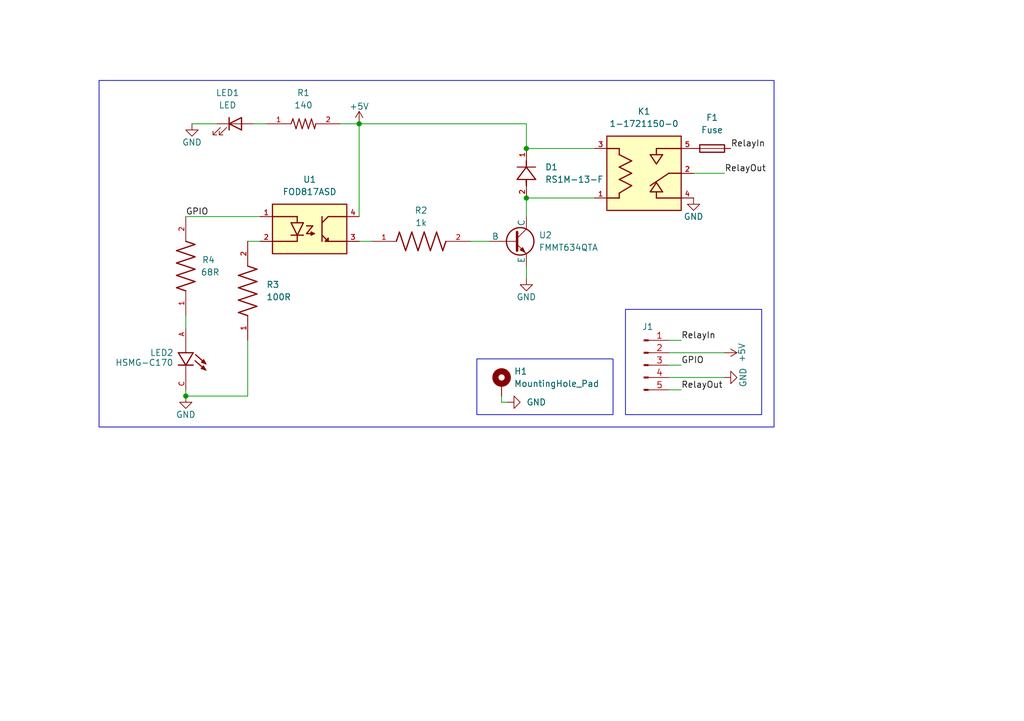
<source format=kicad_sch>
(kicad_sch (version 20231120) (generator "eeschema") (generator_version "8.0")
  (paper "A5")
  (lib_symbols
    (symbol "1-1721150-0:1-1721150-0" (pin_names (offset 1.016))
      (property "Reference" "K" (at -7.6312 10.1749 0))
      (property "Value" "1-1721150-0" (at -7.6253 -12.7088 0))
      (symbol "1-1721150-0_0_0"
        (rectangle (start -7.62 -7.62) (end 7.62 7.62) (stroke (width 0.254)) (fill (type background)))
        (polyline (pts (xy -5.08 -5.08) (xy -7.62 -5.08)) (stroke (width 0.254)))
        (polyline (pts (xy -5.08 -5.08) (xy -5.08 -4.064)) (stroke (width 0.254)))
        (polyline (pts (xy -5.08 -4.064) (xy -2.54 -2.54)) (stroke (width 0.254)))
        (polyline (pts (xy -5.08 -1.27) (xy -2.54 0)) (stroke (width 0.254)))
        (polyline (pts (xy -5.08 1.27) (xy -2.54 2.54)) (stroke (width 0.254)))
        (polyline (pts (xy -5.08 3.81) (xy -5.08 5.08)) (stroke (width 0.254)))
        (polyline (pts (xy -5.08 5.08) (xy -7.62 5.08)) (stroke (width 0.254)))
        (polyline (pts (xy -2.54 -2.54) (xy -5.08 -1.27)) (stroke (width 0.254)))
        (polyline (pts (xy -2.54 0) (xy -5.08 1.27)) (stroke (width 0.254)))
        (polyline (pts (xy -2.54 2.54) (xy -5.08 3.81)) (stroke (width 0.254)))
        (polyline (pts (xy 1.27 -3.81) (xy 2.54 -3.81)) (stroke (width 0.254)))
        (polyline (pts (xy 1.27 3.81) (xy 2.54 1.905)) (stroke (width 0.254)))
        (polyline (pts (xy 2.54 -5.08) (xy 7.62 -5.08)) (stroke (width 0.254)))
        (polyline (pts (xy 2.54 -3.81) (xy 2.54 -5.08)) (stroke (width 0.254)))
        (polyline (pts (xy 2.54 -3.81) (xy 3.81 -3.81)) (stroke (width 0.254)))
        (polyline (pts (xy 2.54 -1.905) (xy 1.27 -3.81)) (stroke (width 0.254)))
        (polyline (pts (xy 2.54 1.905) (xy 3.81 3.81)) (stroke (width 0.254)))
        (polyline (pts (xy 2.54 3.81) (xy 1.27 3.81)) (stroke (width 0.254)))
        (polyline (pts (xy 2.54 5.08) (xy 2.54 3.81)) (stroke (width 0.254)))
        (polyline (pts (xy 2.54 5.08) (xy 7.62 5.08)) (stroke (width 0.254)))
        (polyline (pts (xy 3.81 -3.81) (xy 2.54 -1.905)) (stroke (width 0.254)))
        (polyline (pts (xy 3.81 3.81) (xy 2.54 3.81)) (stroke (width 0.254)))
        (polyline (pts (xy 5.08 0) (xy 1.27 -2.54)) (stroke (width 0.254)))
        (polyline (pts (xy 7.62 0) (xy 5.08 0)) (stroke (width 0.254)))
        (pin passive line (at -10.16 -5.08 0) (length 2.54) (name "~") (number "1"))
        (pin passive line (at 10.16 0 180) (length 2.54) (name "~") (number "2"))
        (pin passive line (at -10.16 5.08 0) (length 2.54) (name "~") (number "3"))
        (pin passive line (at 10.16 -5.08 180) (length 2.54) (name "~") (number "4"))
        (pin passive line (at 10.16 5.08 180) (length 2.54) (name "~") (number "5"))
      )
    )
    (symbol "AC0603JR-07100RL:AC0603JR-07100RL" (pin_names (offset 1.016))
      (property "Reference" "R" (at -7.6244 2.5415 0))
      (property "Value" "AC0603JR-07100RL" (at -7.63 -5.0866 0))
      (symbol "AC0603JR-07100RL_0_0"
        (polyline (pts (xy -5.08 0) (xy -4.445 1.905)) (stroke (width 0.254)))
        (polyline (pts (xy -4.445 1.905) (xy -3.175 -1.905)) (stroke (width 0.254)))
        (polyline (pts (xy -3.175 -1.905) (xy -1.905 1.905)) (stroke (width 0.254)))
        (polyline (pts (xy -1.905 1.905) (xy -0.635 -1.905)) (stroke (width 0.254)))
        (polyline (pts (xy -0.635 -1.905) (xy 0.635 1.905)) (stroke (width 0.254)))
        (polyline (pts (xy 0.635 1.905) (xy 1.905 -1.905)) (stroke (width 0.254)))
        (polyline (pts (xy 1.905 -1.905) (xy 3.175 1.905)) (stroke (width 0.254)))
        (polyline (pts (xy 3.175 1.905) (xy 4.445 -1.905)) (stroke (width 0.254)))
        (polyline (pts (xy 4.445 -1.905) (xy 5.08 0)) (stroke (width 0.254)))
        (pin passive line (at -10.16 0 0) (length 5.08) (name "~") (number "1"))
        (pin passive line (at 10.16 0 180) (length 5.08) (name "~") (number "2"))
      )
    )
    (symbol "CRCW0402140RFKEDC:CRCW0402140RFKEDC" (pin_names (offset 1.016))
      (property "Reference" "R" (at -7.6244 2.5415 0))
      (property "Value" "CRCW0402140RFKEDC" (at -7.63 -5.0866 0))
      (symbol "CRCW0402140RFKEDC_0_0"
        (polyline (pts (xy -5.08 0) (xy -4.445 1.905)) (stroke (width 0.254)))
        (polyline (pts (xy -4.445 1.905) (xy -3.175 -1.905)) (stroke (width 0.254)))
        (polyline (pts (xy -3.175 -1.905) (xy -1.905 1.905)) (stroke (width 0.254)))
        (polyline (pts (xy -1.905 1.905) (xy -0.635 -1.905)) (stroke (width 0.254)))
        (polyline (pts (xy -0.635 -1.905) (xy 0.635 1.905)) (stroke (width 0.254)))
        (polyline (pts (xy 0.635 1.905) (xy 1.905 -1.905)) (stroke (width 0.254)))
        (polyline (pts (xy 1.905 -1.905) (xy 3.175 1.905)) (stroke (width 0.254)))
        (polyline (pts (xy 3.175 1.905) (xy 4.445 -1.905)) (stroke (width 0.254)))
        (polyline (pts (xy 4.445 -1.905) (xy 5.08 0)) (stroke (width 0.254)))
        (pin passive line (at -10.16 0 0) (length 5.08) (name "~") (number "1"))
        (pin passive line (at 10.16 0 180) (length 5.08) (name "~") (number "2"))
      )
    )
    (symbol "Connector:Conn_01x05_Pin" (pin_names (offset 1.016) hide)
      (property "Reference" "J" (at 0 7.62 0))
      (property "Value" "Conn_01x05_Pin" (at 0 -7.62 0))
      (symbol "Conn_01x05_Pin_1_1"
        (polyline (pts (xy 1.27 -5.08) (xy 0.8636 -5.08)) (stroke (width 0.1524)))
        (polyline (pts (xy 1.27 -2.54) (xy 0.8636 -2.54)) (stroke (width 0.1524)))
        (polyline (pts (xy 1.27 0) (xy 0.8636 0)) (stroke (width 0.1524)))
        (polyline (pts (xy 1.27 2.54) (xy 0.8636 2.54)) (stroke (width 0.1524)))
        (polyline (pts (xy 1.27 5.08) (xy 0.8636 5.08)) (stroke (width 0.1524)))
        (rectangle (start 0.8636 -4.953) (end 0 -5.207) (stroke (width 0.1524)) (fill (type outline)))
        (rectangle (start 0.8636 -2.413) (end 0 -2.667) (stroke (width 0.1524)) (fill (type outline)))
        (rectangle (start 0.8636 0.127) (end 0 -0.127) (stroke (width 0.1524)) (fill (type outline)))
        (rectangle (start 0.8636 2.667) (end 0 2.413) (stroke (width 0.1524)) (fill (type outline)))
        (rectangle (start 0.8636 5.207) (end 0 4.953) (stroke (width 0.1524)) (fill (type outline)))
        (pin passive line (at 5.08 5.08 180) (length 3.81) (name "Pin_1") (number "1"))
        (pin passive line (at 5.08 2.54 180) (length 3.81) (name "Pin_2") (number "2"))
        (pin passive line (at 5.08 0 180) (length 3.81) (name "Pin_3") (number "3"))
        (pin passive line (at 5.08 -2.54 180) (length 3.81) (name "Pin_4") (number "4"))
        (pin passive line (at 5.08 -5.08 180) (length 3.81) (name "Pin_5") (number "5"))
      )
    )
    (symbol "Device:Fuse" (pin_numbers hide) (pin_names (offset 0))
      (property "Reference" "F" (at 2.032 0 90))
      (property "Value" "Fuse" (at -1.905 0 90))
      (symbol "Fuse_0_1"
        (rectangle (start -0.762 -2.54) (end 0.762 2.54) (stroke (width 0.254)))
        (polyline (pts (xy 0 2.54) (xy 0 -2.54)))
      )
      (symbol "Fuse_1_1"
        (pin passive line (at 0 3.81 270) (length 1.27) (name "~") (number "1"))
        (pin passive line (at 0 -3.81 90) (length 1.27) (name "~") (number "2"))
      )
    )
    (symbol "Device:LED" (pin_numbers hide) (pin_names (offset 1.016) hide)
      (property "Reference" "D" (at 0 2.54 0))
      (property "Value" "LED" (at 0 -2.54 0))
      (symbol "LED_0_1"
        (polyline (pts (xy -1.27 -1.27) (xy -1.27 1.27)) (stroke (width 0.254)))
        (polyline (pts (xy -1.27 0) (xy 1.27 0)))
        (polyline (pts (xy 1.27 -1.27) (xy 1.27 1.27) (xy -1.27 0) (xy 1.27 -1.27)) (stroke (width 0.254)))
        (polyline (pts (xy -3.048 -0.762) (xy -4.572 -2.286) (xy -3.81 -2.286) (xy -4.572 -2.286) (xy -4.572 -1.524)))
        (polyline (pts (xy -1.778 -0.762) (xy -3.302 -2.286) (xy -2.54 -2.286) (xy -3.302 -2.286) (xy -3.302 -1.524)))
      )
      (symbol "LED_1_1"
        (pin passive line (at -3.81 0 0) (length 2.54) (name "K") (number "1"))
        (pin passive line (at 3.81 0 180) (length 2.54) (name "A") (number "2"))
      )
    )
    (symbol "FOD817ASD:FOD817ASD" (pin_names (offset 1.016))
      (property "Reference" "Q" (at -7.6421 5.0948 0))
      (property "Value" "FOD817ASD" (at -7.644 -7.644 0))
      (symbol "FOD817ASD_0_0"
        (rectangle (start -7.62 -5.08) (end 7.62 5.08) (stroke (width 0.254)) (fill (type background)))
        (polyline (pts (xy -3.81 -1.27) (xy -2.54 -1.27)) (stroke (width 0.254)))
        (polyline (pts (xy -3.81 1.27) (xy -2.54 1.27)) (stroke (width 0.254)))
        (polyline (pts (xy -2.54 -2.54) (xy -7.62 -2.54)) (stroke (width 0.254)))
        (polyline (pts (xy -2.54 -1.27) (xy -3.81 1.27)) (stroke (width 0.254)))
        (polyline (pts (xy -2.54 -1.27) (xy -2.54 -2.54)) (stroke (width 0.254)))
        (polyline (pts (xy -2.54 -1.27) (xy -1.27 -1.27)) (stroke (width 0.254)))
        (polyline (pts (xy -2.54 1.27) (xy -1.27 1.27)) (stroke (width 0.254)))
        (polyline (pts (xy -2.54 2.54) (xy -7.62 2.54)) (stroke (width 0.254)))
        (polyline (pts (xy -2.54 2.54) (xy -2.54 1.27)) (stroke (width 0.254)))
        (polyline (pts (xy -1.27 1.27) (xy -2.54 -1.27)) (stroke (width 0.254)))
        (polyline (pts (xy -0.635 -0.9525) (xy 0.9525 -0.9525)) (stroke (width 0.254)))
        (polyline (pts (xy -0.635 0.635) (xy 0.635 0.635)) (stroke (width 0.254)))
        (polyline (pts (xy 0.3175 -1.27) (xy 0.9525 -0.9525)) (stroke (width 0.254)))
        (polyline (pts (xy 0.3175 -0.635) (xy 0.3175 -1.27)) (stroke (width 0.254)))
        (polyline (pts (xy 0.635 0.635) (xy -0.635 -0.9525)) (stroke (width 0.254)))
        (polyline (pts (xy 0.9525 -0.9525) (xy 0.3175 -0.635)) (stroke (width 0.254)))
        (polyline (pts (xy 2.54 -1.27) (xy 2.54 -2.54)) (stroke (width 0.254)))
        (polyline (pts (xy 2.54 -1.27) (xy 3.81 -2.54)) (stroke (width 0.254)))
        (polyline (pts (xy 2.54 1.27) (xy 2.54 -1.27)) (stroke (width 0.254)))
        (polyline (pts (xy 2.54 2.54) (xy 2.54 1.27)) (stroke (width 0.254)))
        (polyline (pts (xy 3.175 -2.54) (xy 3.81 -2.54)) (stroke (width 0.254)))
        (polyline (pts (xy 3.81 -2.54) (xy 3.81 -1.905)) (stroke (width 0.254)))
        (polyline (pts (xy 3.81 -1.905) (xy 3.175 -2.54)) (stroke (width 0.254)))
        (polyline (pts (xy 3.81 2.54) (xy 2.54 1.27)) (stroke (width 0.254)))
        (polyline (pts (xy 7.62 -2.54) (xy 3.81 -2.54)) (stroke (width 0.254)))
        (polyline (pts (xy 7.62 2.54) (xy 3.81 2.54)) (stroke (width 0.254)))
        (pin passive line (at -10.16 2.54 0) (length 2.54) (name "~") (number "1"))
        (pin passive line (at -10.16 -2.54 0) (length 2.54) (name "~") (number "2"))
        (pin passive line (at 10.16 -2.54 180) (length 2.54) (name "~") (number "3"))
        (pin passive line (at 10.16 2.54 180) (length 2.54) (name "~") (number "4"))
      )
    )
    (symbol "HSMG-C170:HSMG-C170" (pin_names (offset 1.016))
      (property "Reference" "D" (at -3.0988 4.4958 0))
      (property "Value" "HSMG-C170" (at -3.556 -3.302 0))
      (symbol "HSMG-C170_0_0"
        (polyline (pts (xy -2.54 -1.524) (xy 0 0)) (stroke (width 0.254)))
        (polyline (pts (xy -2.54 0) (xy -5.08 0)) (stroke (width 0.1524)))
        (polyline (pts (xy -2.54 0) (xy -2.54 -1.524)) (stroke (width 0.254)))
        (polyline (pts (xy -2.54 1.524) (xy -2.54 0)) (stroke (width 0.254)))
        (polyline (pts (xy -0.3556 4.0386) (xy -2.1336 2.0066)) (stroke (width 0.254)))
        (polyline (pts (xy 0 0) (xy -2.54 1.524)) (stroke (width 0.254)))
        (polyline (pts (xy 0 0) (xy 0 -1.524)) (stroke (width 0.254)))
        (polyline (pts (xy 0 1.524) (xy 0 0)) (stroke (width 0.254)))
        (polyline (pts (xy 0.889 3.937) (xy -0.889 1.905)) (stroke (width 0.254)))
        (polyline (pts (xy 2.54 0) (xy 0 0)) (stroke (width 0.1524)))
        (polyline (pts (xy -1.143 3.683) (xy -0.5715 3.175) (xy -0.1905 4.191) (xy -1.143 3.683)) (stroke (width 0.1524)) (fill (type outline)))
        (polyline (pts (xy 0.127 3.6195) (xy 0.6985 3.1115) (xy 1.0795 4.191) (xy 0.127 3.6195)) (stroke (width 0.1524)) (fill (type outline)))
        (pin passive line (at -7.62 0 0) (length 2.54) (name "~") (number "A"))
        (pin passive line (at 5.08 0 180) (length 2.54) (name "~") (number "C"))
      )
    )
    (symbol "Mechanical:MountingHole_Pad" (pin_numbers hide) (pin_names (offset 1.016) hide) (exclude_from_sim yes) (in_bom no)
      (property "Reference" "H" (at 0 6.35 0))
      (property "Value" "MountingHole_Pad" (at 0 4.445 0))
      (symbol "MountingHole_Pad_0_1"
        (circle (center 0 1.27) (radius 1.27) (stroke (width 1.27)))
      )
      (symbol "MountingHole_Pad_1_1"
        (pin input line (at 0 -2.54 90) (length 2.54) (name "1") (number "1"))
      )
    )
    (symbol "RC0603FR-07330RL:RC0603FR-07330RL" (pin_names (offset 1.016))
      (property "Reference" "R" (at -3.81 1.4986 0))
      (property "Value" "RC0603FR-07330RL" (at -3.81 -3.302 0))
      (symbol "RC0603FR-07330RL_0_0"
        (polyline (pts (xy -2.54 0) (xy -2.159 1.016)) (stroke (width 0.2032)))
        (polyline (pts (xy -2.159 1.016) (xy -1.524 -1.016)) (stroke (width 0.2032)))
        (polyline (pts (xy -1.524 -1.016) (xy -0.889 1.016)) (stroke (width 0.2032)))
        (polyline (pts (xy -0.889 1.016) (xy -0.254 -1.016)) (stroke (width 0.2032)))
        (polyline (pts (xy -0.254 -1.016) (xy 0.381 1.016)) (stroke (width 0.2032)))
        (polyline (pts (xy 0.381 1.016) (xy 1.016 -1.016)) (stroke (width 0.2032)))
        (polyline (pts (xy 1.016 -1.016) (xy 1.651 1.016)) (stroke (width 0.2032)))
        (polyline (pts (xy 1.651 1.016) (xy 2.286 -1.016)) (stroke (width 0.2032)))
        (polyline (pts (xy 2.286 -1.016) (xy 2.54 0)) (stroke (width 0.2032)))
        (pin passive line (at -7.62 0 0) (length 5.08) (name "~") (number "1"))
        (pin passive line (at 7.62 0 180) (length 5.08) (name "~") (number "2"))
      )
    )
    (symbol "RS1M-13-F:RS1M-13-F" (pin_names (offset 1.016))
      (property "Reference" "CR" (at -2.8194 2.6924 0))
      (property "Value" "RS1M-13-F" (at -3.8862 -5.5372 0))
      (symbol "RS1M-13-F_0_0"
        (polyline (pts (xy 2.54 0) (xy 3.4798 0)) (stroke (width 0.2032)))
        (polyline (pts (xy 2.54 0) (xy 3.4798 0)) (stroke (width 0.2032)))
        (polyline (pts (xy 2.54 0) (xy 3.4798 0)) (stroke (width 0.2032)))
        (polyline (pts (xy 3.175 0) (xy 3.81 0)) (stroke (width 0.2032)))
        (polyline (pts (xy 3.175 0) (xy 3.81 0)) (stroke (width 0.2032)))
        (polyline (pts (xy 3.175 0) (xy 3.81 0)) (stroke (width 0.2032)))
        (polyline (pts (xy 3.81 -1.905) (xy 6.35 0)) (stroke (width 0.2032)))
        (polyline (pts (xy 3.81 -1.905) (xy 6.35 0)) (stroke (width 0.2032)))
        (polyline (pts (xy 3.81 -1.905) (xy 6.35 0)) (stroke (width 0.2032)))
        (polyline (pts (xy 3.81 1.905) (xy 3.81 -1.905)) (stroke (width 0.2032)))
        (polyline (pts (xy 3.81 1.905) (xy 3.81 -1.905)) (stroke (width 0.2032)))
        (polyline (pts (xy 3.81 1.905) (xy 3.81 -1.905)) (stroke (width 0.2032)))
        (polyline (pts (xy 6.35 0) (xy 3.81 1.905)) (stroke (width 0.2032)))
        (polyline (pts (xy 6.35 0) (xy 3.81 1.905)) (stroke (width 0.2032)))
        (polyline (pts (xy 6.35 0) (xy 3.81 1.905)) (stroke (width 0.2032)))
        (polyline (pts (xy 6.35 0) (xy 7.62 0)) (stroke (width 0.2032)))
        (polyline (pts (xy 6.35 0) (xy 7.62 0)) (stroke (width 0.2032)))
        (polyline (pts (xy 6.35 0) (xy 7.62 0)) (stroke (width 0.2032)))
        (rectangle (start 6.35 -1.905) (end 6.35 1.905) (stroke (width 0.2032)) (fill (type background)))
        (pin passive line (at 10.16 0 180) (length 2.54) (name "~") (number "1"))
        (pin passive line (at 0 0 0) (length 2.54) (name "~") (number "2"))
      )
    )
    (symbol "Simulation_SPICE:NPN" (pin_numbers hide) (pin_names (offset 0))
      (property "Reference" "Q" (at -2.54 7.62 0))
      (property "Value" "NPN" (at -2.54 5.08 0))
      (symbol "NPN_0_1"
        (polyline (pts (xy -2.54 0) (xy 0.635 0)) (stroke (width 0.1524)))
        (polyline (pts (xy 0.635 0.635) (xy 2.54 2.54)))
        (polyline (pts (xy 2.794 -1.27) (xy 2.794 -1.27)) (stroke (width 0.1524)))
        (polyline (pts (xy 2.794 -1.27) (xy 2.794 -1.27)) (stroke (width 0.1524)))
        (polyline (pts (xy 0.635 -0.635) (xy 2.54 -2.54) (xy 2.54 -2.54)))
        (polyline (pts (xy 0.635 1.905) (xy 0.635 -1.905) (xy 0.635 -1.905)) (stroke (width 0.508)))
        (polyline (pts (xy 1.27 -1.778) (xy 1.778 -1.27) (xy 2.286 -2.286) (xy 1.27 -1.778) (xy 1.27 -1.778)) (fill (type outline)))
        (circle (center 1.27 0) (radius 2.8194) (stroke (width 0.254)))
      )
      (symbol "NPN_1_1"
        (pin open_collector line (at 2.54 5.08 270) (length 2.54) (name "C") (number "1"))
        (pin input line (at -5.08 0 0) (length 2.54) (name "B") (number "2"))
        (pin open_emitter line (at 2.54 -5.08 90) (length 2.54) (name "E") (number "3"))
      )
    )
    (symbol "power:+5V" (power) (pin_numbers hide) (pin_names (offset 0) hide)
      (property "Value" "+5V" (at 0 3.556 0))
      (symbol "+5V_0_1"
        (polyline (pts (xy -0.762 1.27) (xy 0 2.54)))
        (polyline (pts (xy 0 0) (xy 0 2.54)))
        (polyline (pts (xy 0 2.54) (xy 0.762 1.27)))
      )
      (symbol "+5V_1_1"
        (pin power_in line (at 0 0 90) (length 0) (name "~") (number "1"))
      )
    )
    (symbol "power:GND" (power) (pin_numbers hide) (pin_names (offset 0) hide)
      (property "Value" "GND" (at 0 -3.81 0))
      (symbol "GND_0_1"
        (polyline (pts (xy 0 0) (xy 0 -1.27) (xy 1.27 -1.27) (xy 0 -2.54) (xy -1.27 -1.27) (xy 0 -1.27)))
      )
      (symbol "GND_1_1"
        (pin power_in line (at 0 0 270) (length 0) (name "~") (number "1"))
      )
    )
  )
  (junction (at 107.95 30.48))
  (junction (at 38.1 81.28))
  (junction (at 73.66 25.4))
  (junction (at 107.95 40.64))
  (wire (pts (xy 107.95 30.48) (xy 121.92 30.48)))
  (wire (pts (xy 142.24 35.56) (xy 148.59 35.56)))
  (wire (pts (xy 73.66 49.53) (xy 76.2 49.53)))
  (wire (pts (xy 38.1 44.45) (xy 53.34 44.45)))
  (wire (pts (xy 139.7 80.01) (xy 137.16 80.01)))
  (wire (pts (xy 52.07 25.4) (xy 54.61 25.4)))
  (wire (pts (xy 139.7 74.93) (xy 137.16 74.93)))
  (wire (pts (xy 107.95 30.48) (xy 107.95 25.4)))
  (wire (pts (xy 69.85 25.4) (xy 73.66 25.4)))
  (wire (pts (xy 137.16 77.47) (xy 148.59 77.47)))
  (wire (pts (xy 38.1 81.28) (xy 50.8 81.28)))
  (wire (pts (xy 96.52 49.53) (xy 100.33 49.53)))
  (wire (pts (xy 38.1 64.77) (xy 38.1 67.31)))
  (wire (pts (xy 107.95 40.64) (xy 121.92 40.64)))
  (wire (pts (xy 50.8 69.85) (xy 50.8 81.28)))
  (wire (pts (xy 73.66 25.4) (xy 73.66 44.45)))
  (wire (pts (xy 50.8 49.53) (xy 53.34 49.53)))
  (wire (pts (xy 104.14 82.55) (xy 102.87 82.55)))
  (wire (pts (xy 102.87 82.55) (xy 102.87 81.28)))
  (wire (pts (xy 39.37 25.4) (xy 44.45 25.4)))
  (wire (pts (xy 73.66 25.4) (xy 107.95 25.4)))
  (wire (pts (xy 139.7 69.85) (xy 137.16 69.85)))
  (wire (pts (xy 38.1 80.01) (xy 38.1 81.28)))
  (wire (pts (xy 107.95 40.64) (xy 107.95 44.45)))
  (wire (pts (xy 107.95 54.61) (xy 107.95 57.15)))
  (wire (pts (xy 137.16 72.39) (xy 148.59 72.39)))
  (rectangle (start 97.79 73.66) (end 125.73 85.09))
  (rectangle (start 128.27 63.5) (end 156.21 85.09))
  (rectangle (start 20.32 16.51) (end 158.75 87.63))
  (label "RelayOut" (at 139.7 80.01 0))
  (label "GPIO" (at 139.7 74.93 0))
  (label "RelayIn" (at 149.86 30.48 0))
  (label "RelayIn" (at 139.7 69.85 0))
  (label "RelayOut" (at 148.59 35.56 0))
  (label "GPIO" (at 38.1 44.45 0))
  (symbol (lib_id "RS1M-13-F:RS1M-13-F") (at 107.95 40.64 90) (unit 1)
    (property "Reference" "D1" (at 111.76 34.2899 90) (effects (justify right)))
    (property "Value" "RS1M-13-F" (at 111.76 36.8299 90) (effects (justify right)))
    (property "Footprint" "RS1M-13-F:SMA_DIO-M" (effects (hide yes)))
    (property "Datasheet" "https://www.diodes.com/assets/Datasheets/ds15002.pdf" (effects (hide yes)))
    (property "Description" "Diode 1000 V 1A Surface Mount SMA" (effects (hide yes)))
    (property "MF" "Diodes Inc." (effects (hide yes)))
    (property "Description_1" "\n                        \n                            Diode Switching 1KV 1A 2Pin SMA | Diodes Inc RS1M-13-F\n                        \n" (effects (hide yes)))
    (property "COPYRIGHT" "Copyright (C) 2023 Ultra Librarian. All rights reserved." (effects (hide yes)))
    (property "Package" "DO-214 Diodes Inc." (effects (hide yes)))
    (property "Price" "None" (effects (hide yes)))
    (property "Check_prices" "https://www.snapeda.com/parts/RS1M-13-F/Diodes+Inc./view-part/?ref=eda" (effects (hide yes)))
    (property "Availability" "In Stock" (effects (hide yes)))
    (property "SnapEDA_Link" "https://www.snapeda.com/parts/RS1M-13-F/Diodes+Inc./view-part/?ref=snap" (effects (hide yes)))
    (property "MP" "RS1M-13-F" (effects (hide yes)))
    (property "MFR_NAME" "Diodes Inc" (effects (hide yes)))
    (property "MANUFACTURER_PART_NUMBER" "RS1M-13-F" (effects (hide yes)))
  )
  (symbol (lib_id "power:GND") (at 107.95 57.15 0) (unit 1)
    (property "Reference" "#PWR03" (effects (hide yes)))
    (property "Value" "GND" (at 107.95 60.96 0))
    (property "Description" "Power symbol creates a global label with name \"GND\" , ground" (effects (hide yes)))
  )
  (symbol (lib_id "AC0603JR-07100RL:AC0603JR-07100RL") (at 86.36 49.53 0) (unit 1)
    (property "Reference" "R2" (at 86.36 43.18 0))
    (property "Value" "1k" (at 86.36 45.72 0))
    (property "Footprint" "RG1608N-102-D-T5:RESC1608X50N" (effects (hide yes)))
    (property "Datasheet" "https://www.susumu.co.jp/common/pdf/n_catalog_partition01_en.pdf" (effects (hide yes)))
    (property "Description" "RES SMD 1K OHM 0.5% 1/10W 0603" (effects (hide yes)))
    (property "MF" "Yageo" (effects (hide yes)))
    (property "Description_1" "\n                        \n                            100 Ohms ±5% 0.1W, 1/10W Chip Resistor 0603 (1608 Metric) Automotive AEC-Q200, Moisture Resistant Thick Film\n                        \n" (effects (hide yes)))
    (property "Package" "1608 Yageo" (effects (hide yes)))
    (property "Price" "None" (effects (hide yes)))
    (property "SnapEDA_Link" "https://www.snapeda.com/parts/AC0603JR-07100RL/Yageo/view-part/?ref=snap" (effects (hide yes)))
    (property "MP" "AC0603JR-07100RL" (effects (hide yes)))
    (property "Availability" "In Stock" (effects (hide yes)))
    (property "Check_prices" "https://www.snapeda.com/parts/AC0603JR-07100RL/Yageo/view-part/?ref=eda" (effects (hide yes)))
  )
  (symbol (lib_id "FOD817ASD:FOD817ASD") (at 63.5 46.99 0) (unit 1)
    (property "Reference" "U1" (at 63.5 36.83 0))
    (property "Value" "FOD817ASD" (at 63.5 39.37 0))
    (property "Footprint" "FOD817ASD:SOIC254P1016X385-4N" (effects (hide yes)))
    (property "Datasheet" "https://rocelec.widen.net/view/pdf/yhg4flovvn/ONSM-S-A0003163276-1.pdf?t.download=true&u=5oefqw" (effects (hide yes)))
    (property "Description" "Optoisolator Transistor Output 5000Vrms 1 Channel 4-SMD" (effects (hide yes)))
    (property "MF" "onsemi" (effects (hide yes)))
    (property "Description_1" "\n                        \n                            Optoisolator Transistor Output 5000Vrms 1 Channel 4-SMD\n                        \n" (effects (hide yes)))
    (property "Package" "SMD-4 ON Semiconductor" (effects (hide yes)))
    (property "Price" "None" (effects (hide yes)))
    (property "Check_prices" "https://www.snapeda.com/parts/FOD817ASD/Onsemi/view-part/?ref=eda" (effects (hide yes)))
    (property "SnapEDA_Link" "https://www.snapeda.com/parts/FOD817ASD/Onsemi/view-part/?ref=snap" (effects (hide yes)))
    (property "MP" "FOD817ASD" (effects (hide yes)))
    (property "Availability" "In Stock" (effects (hide yes)))
    (property "MANUFACTURER" "FAIRCHILD SEMICONDUCTOR" (effects (hide yes)))
  )
  (symbol (lib_id "power:GND") (at 39.37 25.4 0) (unit 1)
    (property "Reference" "#PWR01" (effects (hide yes)))
    (property "Value" "GND" (at 39.37 29.21 0))
    (property "Description" "Power symbol creates a global label with name \"GND\" , ground" (effects (hide yes)))
  )
  (symbol (lib_id "HSMG-C170:HSMG-C170") (at 38.1 74.93 270) (unit 1)
    (property "Reference" "LED2" (at 30.734 72.39 90) (effects (justify left)))
    (property "Value" "HSMG-C170" (at 23.622 74.422 90) (effects (justify left)))
    (property "Footprint" "HSMG-C170:LED_HSMS-C170" (effects (hide yes)))
    (property "Datasheet" "https://docs.broadcom.com/doc/AV02-0551EN" (effects (hide yes)))
    (property "Description" "Green 572nm LED Indication - Discrete 2.2V 0805 (2012 Metric)" (effects (hide yes)))
    (property "MF" "Broadcom Limited" (effects (hide yes)))
    (property "MAXIMUM_PACKAGE_HEIGHT" "0.8mm" (effects (hide yes)))
    (property "Package" "0805 Broadcom Limited" (effects (hide yes)))
    (property "Price" "None" (effects (hide yes)))
    (property "Check_prices" "https://www.snapeda.com/parts/HSMG-C170/Broadcom+Limited/view-part/?ref=eda" (effects (hide yes)))
    (property "STANDARD" "Manufacturer Recommendations" (effects (hide yes)))
    (property "PARTREV" "March 25, 2022" (effects (hide yes)))
    (property "SnapEDA_Link" "https://www.snapeda.com/parts/HSMG-C170/Broadcom+Limited/view-part/?ref=snap" (effects (hide yes)))
    (property "MP" "HSMG-C170" (effects (hide yes)))
    (property "Description_1" "\n                        \n                            Green 572nm LED Indication - Discrete 2.2V 0805 (2012 Metric)\n                        \n" (effects (hide yes)))
    (property "MANUFACTURER" "Broadcom" (effects (hide yes)))
    (property "Availability" "In Stock" (effects (hide yes)))
    (property "SNAPEDA_PN" "HSMG-C170" (effects (hide yes)))
  )
  (symbol (lib_id "power:GND") (at 38.1 81.28 0) (unit 1)
    (property "Reference" "#PWR02" (effects (hide yes)))
    (property "Value" "GND" (at 38.1 85.09 0))
    (property "Description" "Power symbol creates a global label with name \"GND\" , ground" (effects (hide yes)))
  )
  (symbol (lib_id "power:+5V") (at 73.66 25.4 0) (unit 1)
    (property "Reference" "#PWR06" (effects (hide yes)))
    (property "Value" "+5V" (at 73.66 21.844 0))
    (property "Description" "Power symbol creates a global label with name \"+5V\"" (effects (hide yes)))
  )
  (symbol (lib_id "RC0603FR-07330RL:RC0603FR-07330RL") (at 62.23 25.4 0) (unit 1)
    (property "Reference" "R1" (at 62.23 19.05 0))
    (property "Value" "140" (at 62.23 21.59 0))
    (property "Footprint" "RC0603FR-07330RL:RESC1607X60N" (effects (hide yes)))
    (property "Datasheet" "https://www.yageo.com/upload/media/product/products/datasheet/rchip/PYu-RC_Group_51_RoHS_L_12.pdf" (effects (hide yes)))
    (property "Description" "140 Ohms ±1% 0.1W, 1/10W Chip Resistor 0603 (1608 Metric) Automotive AEC-Q200 Thick Film" (effects (hide yes)))
    (property "MF" "Yageo" (effects (hide yes)))
    (property "Description_1" "\n                        \n                            330 Ohms ±1% 0.1W, 1/10W Chip Resistor 0603 (1608 Metric) Moisture Resistant Thick Film\n                        \n" (effects (hide yes)))
    (property "Package" "0603 Yageo" (effects (hide yes)))
    (property "Price" "None" (effects (hide yes)))
    (property "SnapEDA_Link" "https://www.snapeda.com/parts/RC0603FR-07330RL/Yageo/view-part/?ref=snap" (effects (hide yes)))
    (property "MP" "RC0603FR-07330RL" (effects (hide yes)))
    (property "Availability" "In Stock" (effects (hide yes)))
    (property "Check_prices" "https://www.snapeda.com/parts/RC0603FR-07330RL/Yageo/view-part/?ref=eda" (effects (hide yes)))
  )
  (symbol (lib_id "Mechanical:MountingHole_Pad") (at 102.87 78.74 0) (unit 1) (exclude_from_sim yes) (in_bom no)
    (property "Reference" "H1" (at 105.41 76.1999 0) (effects (justify left)))
    (property "Value" "MountingHole_Pad" (at 105.41 78.7399 0) (effects (justify left)))
    (property "Footprint" "MountingHole:MountingHole_3.7mm_Pad" (effects (hide yes)))
    (property "Description" "Mounting Hole with connection" (effects (hide yes)))
  )
  (symbol (lib_id "CRCW0402140RFKEDC:CRCW0402140RFKEDC") (at 38.1 54.61 90) (unit 1)
    (property "Reference" "R4" (at 41.402 53.34 90) (effects (justify right)))
    (property "Value" "68R" (at 41.148 55.88 90) (effects (justify right)))
    (property "Footprint" "CRCW0402140RFKEDC:RESC1005X35N" (effects (hide yes)))
    (property "Datasheet" "https://industrial.panasonic.com/cdbs/www-data/pdf/RDA0000/AOA0000C301.pdf" (effects (hide yes)))
    (property "Description" "68 Ohms ±5% 0.1W, 1/10W Chip Resistor 0603 (1608 Metric) Automotive AEC-Q200 Thick Film" (effects (hide yes)))
    (property "MF" "Vishay" (effects (hide yes)))
    (property "Description_1" "\n                        \n                            140 Ohms ±1% 0.063W, 1/16W Chip Resistor 0402 (1005 Metric)  Thick Film\n                        \n" (effects (hide yes)))
    (property "Package" "1005 Yageo" (effects (hide yes)))
    (property "Price" "None" (effects (hide yes)))
    (property "SnapEDA_Link" "https://www.snapeda.com/parts/CRCW0402140RFKEDC/Vishay/view-part/?ref=snap" (effects (hide yes)))
    (property "MP" "CRCW0402140RFKEDC" (effects (hide yes)))
    (property "Availability" "In Stock" (effects (hide yes)))
    (property "Check_prices" "https://www.snapeda.com/parts/CRCW0402140RFKEDC/Vishay/view-part/?ref=eda" (effects (hide yes)))
  )
  (symbol (lib_id "power:GND") (at 142.24 40.64 0) (unit 1)
    (property "Reference" "#PWR04" (effects (hide yes)))
    (property "Value" "GND" (at 142.24 44.45 0))
    (property "Description" "Power symbol creates a global label with name \"GND\" , ground" (effects (hide yes)))
  )
  (symbol (lib_id "1-1721150-0:1-1721150-0") (at 132.08 35.56 0) (unit 1)
    (property "Reference" "K1" (at 132.08 22.86 0))
    (property "Value" "1-1721150-0" (at 132.08 25.4 0))
    (property "Footprint" "1-1721150-0:RELAY_1-1721150-0" (effects (hide yes)))
    (property "Datasheet" "https://www.te.com/en/product-1-1721150-0.datasheet.pdf" (effects (hide yes)))
    (property "Description" "General Purpose Power Relay, DC, Monostable, 1 Form C SPDT-CO, 15 A Contact Rating, 5 VDC Coil Voltage, SCHRACK Miniature PCB Relay ORWH" (effects (hide yes)))
    (property "Comment" "1-1721150-0" (effects (hide yes)))
    (property "MF" "TE Connectivity" (effects (hide yes)))
    (property "MAXIMUM_PACKAGE_HEIGHT" "15.0mm" (effects (hide yes)))
    (property "Package" "None" (effects (hide yes)))
    (property "Price" "None" (effects (hide yes)))
    (property "Check_prices" "https://www.snapeda.com/parts/1-1721150-0/TE+Connectivity+Potter+%2526+Brumfield+Relays/view-part/?ref=eda" (effects (hide yes)))
    (property "STANDARD" "Manufacturer recommendations" (effects (hide yes)))
    (property "PARTREV" "D" (effects (hide yes)))
    (property "SnapEDA_Link" "https://www.snapeda.com/parts/1-1721150-0/TE+Connectivity+Potter+%2526+Brumfield+Relays/view-part/?ref=snap" (effects (hide yes)))
    (property "MP" "1-1721150-0" (effects (hide yes)))
    (property "EU_RoHS_Compliance" "Compliant" (effects (hide yes)))
    (property "Description_1" "\n                        \n                            General Purpose Relay SPDT (1 Form C) 5VDC Coil Through Hole\n                        \n" (effects (hide yes)))
    (property "Availability" "In Stock" (effects (hide yes)))
    (property "MANUFACTURER" "TE Connectivity" (effects (hide yes)))
  )
  (symbol (lib_id "power:GND") (at 148.59 77.47 90) (unit 1)
    (property "Reference" "#PWR05" (effects (hide yes)))
    (property "Value" "GND" (at 152.4 77.47 0))
    (property "Description" "Power symbol creates a global label with name \"GND\" , ground" (effects (hide yes)))
  )
  (symbol (lib_id "power:+5V") (at 148.59 72.39 270) (unit 1)
    (property "Reference" "#PWR07" (effects (hide yes)))
    (property "Value" "+5V" (at 152.146 72.39 0))
    (property "Description" "Power symbol creates a global label with name \"+5V\"" (effects (hide yes)))
  )
  (symbol (lib_id "power:GND") (at 104.14 82.55 90) (unit 1)
    (property "Reference" "#PWR08" (effects (hide yes)))
    (property "Value" "GND" (at 107.95 82.5499 90) (effects (justify right)))
    (property "Description" "Power symbol creates a global label with name \"GND\" , ground" (effects (hide yes)))
  )
  (symbol (lib_id "Device:LED") (at 48.26 25.4 0) (unit 1)
    (property "Reference" "LED1" (at 46.6725 19.05 0))
    (property "Value" "LED" (at 46.6725 21.59 0))
    (property "Footprint" "SML-D12:LED_SML-D12V1WT86" (effects (hide yes)))
    (property "Datasheet" "https://fscdn.rohm.com/en/products/databook/datasheet/opto/led/chip_mono/sml-d12v1wt86-e.pdf" (effects (hide yes)))
    (property "Description" "Red 630nm LED Indication - Discrete 2.2V 0603 (1608 Metric)" (effects (hide yes)))
  )
  (symbol (lib_id "Connector:Conn_01x05_Pin") (at 132.08 74.93 0) (unit 1)
    (property "Reference" "J1" (at 132.842 67.056 0))
    (property "Value" "350-10-105-00-001101" (effects (hide yes)))
    (property "Footprint" "Connector_PinHeader_2.54mm:PinHeader_1x05_P2.54mm_Vertical" (effects (hide yes)))
    (property "Datasheet" "https://mm.digikey.com/Volume0/opasdata/d220001/medias/docus/6642/350_Datasheet.pdf" (effects (hide yes)))
    (property "Description" "Connector Header Through Hole 5 position 0.100\" (2.54mm)" (effects (hide yes)))
  )
  (symbol (lib_id "Device:Fuse") (at 146.05 30.48 90) (unit 1)
    (property "Reference" "F1" (at 146.05 24.13 90))
    (property "Value" "Fuse" (at 146.05 26.67 90))
    (property "Footprint" "Diode_SMD:D_0402_1005Metric_Pad0.77x0.64mm_HandSolder" (effects (hide yes)))
    (property "Datasheet" "https://industrial.panasonic.com/cdbs/www-data/pdf/AFA0000/AFA0000C7.pdf" (effects (hide yes)))
    (property "Description" "Fuse" (effects (hide yes)))
  )
  (symbol (lib_id "AC0603JR-07100RL:AC0603JR-07100RL") (at 50.8 59.69 90) (unit 1)
    (property "Reference" "R3" (at 54.61 58.4199 90) (effects (justify right)))
    (property "Value" "100R" (at 54.61 60.9599 90) (effects (justify right)))
    (property "Footprint" "AC0603JR-07100RL:RESC1608X55N" (effects (hide yes)))
    (property "Datasheet" "https://www.yageo.com/upload/media/product/productsearch/datasheet/rchip/PYu-AC_51_RoHS_L_11.pdf" (effects (hide yes)))
    (property "Description" "100 Ohms ±5% 0.1W, 1/10W Chip Resistor 0603 (1608 Metric) Automotive AEC-Q200, Moisture Resistant Thick Film" (effects (hide yes)))
    (property "MF" "Yageo" (effects (hide yes)))
    (property "Description_1" "\n                        \n                            100 Ohms ±5% 0.1W, 1/10W Chip Resistor 0603 (1608 Metric) Automotive AEC-Q200, Moisture Resistant Thick Film\n                        \n" (effects (hide yes)))
    (property "Package" "1608 Yageo" (effects (hide yes)))
    (property "Price" "None" (effects (hide yes)))
    (property "SnapEDA_Link" "https://www.snapeda.com/parts/AC0603JR-07100RL/Yageo/view-part/?ref=snap" (effects (hide yes)))
    (property "MP" "AC0603JR-07100RL" (effects (hide yes)))
    (property "Availability" "In Stock" (effects (hide yes)))
    (property "Check_prices" "https://www.snapeda.com/parts/AC0603JR-07100RL/Yageo/view-part/?ref=eda" (effects (hide yes)))
  )
  (symbol (lib_id "Simulation_SPICE:NPN") (at 105.41 49.53 0) (unit 1)
    (property "Reference" "U2" (at 110.49 48.2599 0) (effects (justify left)))
    (property "Value" "FMMT634QTA" (at 110.49 50.7999 0) (effects (justify left)))
    (property "Footprint" "FMMT634QTA:VREG_XC6206P282MR-G" (effects (hide yes)))
    (property "Datasheet" "https://www.diodes.com/assets/Datasheets/FMMT634Q.pdf" (effects (hide yes)))
    (property "Description" "Bipolar (BJT) Transistor NPN - Darlington 100 V 900 mA 140MHz 806 mW Surface Mount SOT-23-3" (effects (hide yes)))
    (property "Sim.Device" "NPN" (effects (hide yes)))
    (property "Sim.Type" "GUMMELPOON" (effects (hide yes)))
    (property "Sim.Pins" "1=C 2=B 3=E" (effects (hide yes)))
  )
)
</source>
